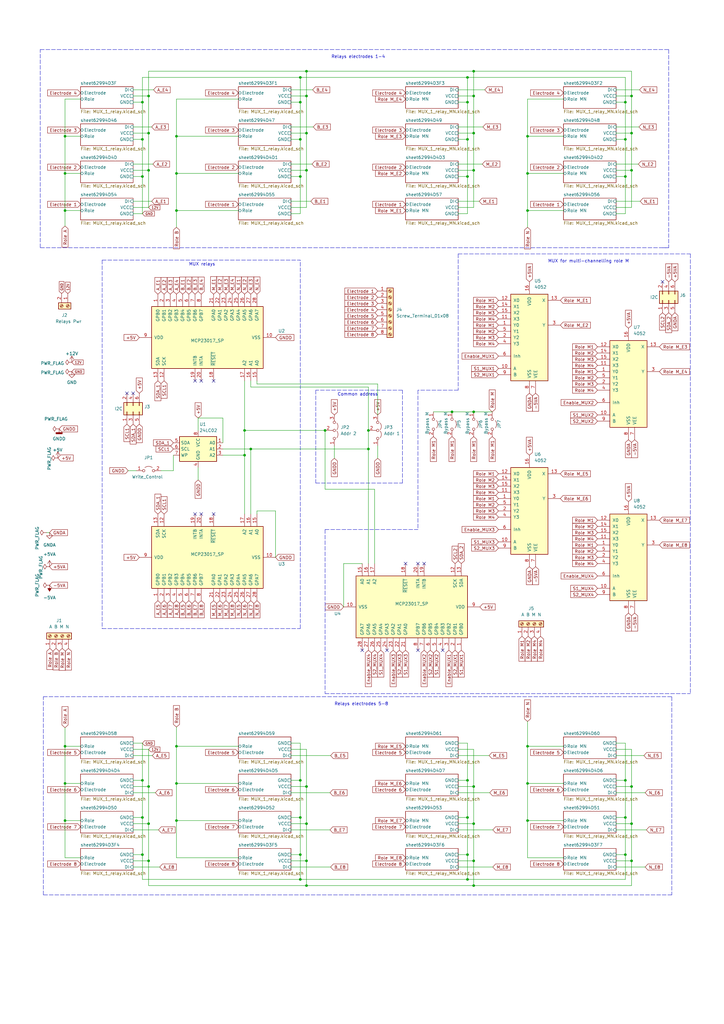
<source format=kicad_sch>
(kicad_sch (version 20211123) (generator eeschema)
  (paper "A3" portrait)
  (title_block (title "MUX board V3.00") (date "2022-10-05") (rev "01"))
  (junction (at 125.73 337.82))
  (junction (at 191.77 57.15))
  (junction (at 102.87 184.15))
  (junction (at 123.19 350.52))
  (junction (at 125.73 69.85))
  (junction (at 259.08 322.58))
  (junction (at 133.35 176.53))
  (junction (at 191.77 360.68))
  (junction (at 194.31 54.61))
  (junction (at 123.19 57.15))
  (junction (at 194.31 29.21))
  (junction (at 256.54 350.52))
  (junction (at 125.73 29.21))
  (junction (at 125.73 363.22))
  (junction (at 58.42 41.91))
  (junction (at 191.77 31.75))
  (junction (at 72.39 336.55))
  (junction (at 256.54 41.91))
  (junction (at 60.96 39.37))
  (junction (at 58.42 350.52))
  (junction (at 123.19 41.91))
  (junction (at 123.19 31.75))
  (junction (at 60.96 353.06))
  (junction (at 26.67 71.12))
  (junction (at 216.408 71.12))
  (junction (at 191.77 41.91))
  (junction (at 191.77 350.52))
  (junction (at 191.77 72.39))
  (junction (at 191.77 320.04))
  (junction (at 26.67 321.31))
  (junction (at 58.42 57.15))
  (junction (at 185.42 168.91))
  (junction (at 26.67 306.07))
  (junction (at 60.96 69.85))
  (junction (at 256.54 320.04))
  (junction (at 60.96 337.82))
  (junction (at 125.73 322.58))
  (junction (at 72.39 71.12))
  (junction (at 26.67 55.88))
  (junction (at 72.39 86.36))
  (junction (at 259.08 39.37))
  (junction (at 60.96 322.58))
  (junction (at 256.54 72.39))
  (junction (at 123.19 72.39))
  (junction (at 256.54 57.15))
  (junction (at 256.54 335.28))
  (junction (at 216.408 306.07))
  (junction (at 194.31 39.37))
  (junction (at 100.33 176.53))
  (junction (at 194.31 353.06))
  (junction (at 100.33 186.69))
  (junction (at 125.73 54.61))
  (junction (at 216.408 321.31))
  (junction (at 259.08 69.85))
  (junction (at 259.08 353.06))
  (junction (at 26.67 336.55))
  (junction (at 123.19 320.04))
  (junction (at 72.39 306.07))
  (junction (at 72.39 321.31))
  (junction (at 259.08 54.61))
  (junction (at 123.19 360.68))
  (junction (at 58.42 320.04))
  (junction (at 259.08 337.82))
  (junction (at 151.13 176.53))
  (junction (at 151.13 184.15))
  (junction (at 191.77 335.28))
  (junction (at 72.39 55.88))
  (junction (at 216.408 336.55))
  (junction (at 194.31 322.58))
  (junction (at 123.19 335.28))
  (junction (at 60.96 54.61))
  (junction (at 26.67 86.36))
  (junction (at 216.408 86.36))
  (junction (at 194.31 337.82))
  (junction (at 125.73 39.37))
  (junction (at 58.42 335.28))
  (junction (at 58.42 72.39))
  (junction (at 194.31 363.22))
  (junction (at 216.408 55.88))
  (junction (at 194.31 69.85))
  (junction (at 125.73 353.06))
  (junction (at 194.31 168.91))
  (no_connect (at 80.01 210.82))
  (no_connect (at 166.37 231.14))
  (no_connect (at 181.61 266.7))
  (no_connect (at 171.45 266.7))
  (no_connect (at 148.59 266.7))
  (no_connect (at 158.75 266.7))
  (no_connect (at 171.45 231.14))
  (no_connect (at 87.63 210.82))
  (no_connect (at 52.07 161.29))
  (no_connect (at 54.61 161.29))
  (no_connect (at 80.01 156.21))
  (no_connect (at 82.55 156.21))
  (no_connect (at 87.63 156.21))
  (no_connect (at 82.55 210.82))
  (no_connect (at 173.99 231.14))
  (no_connect (at 271.78 115.57))
  (wire (pts (xy 137.16 182.88) (xy 137.16 187.96)))
  (wire (pts (xy 216.408 321.31) (xy 216.408 306.07)))
  (wire (pts (xy 194.31 363.22) (xy 125.73 363.22)))
  (polyline (pts (xy 133.35 284.48) (xy 283.21 284.48)))
  (wire (pts (xy 54.61 52.07) (xy 62.23 52.07)))
  (wire (pts (xy 194.31 322.58) (xy 194.31 307.34)))
  (wire (pts (xy 54.61 340.36) (xy 65.024 340.36)))
  (wire (pts (xy 123.19 320.04) (xy 123.19 304.8)))
  (polyline (pts (xy 41.91 106.68) (xy 123.19 106.68)))
  (wire (pts (xy 135.636 309.88) (xy 119.38 309.88)))
  (wire (pts (xy 216.408 336.55) (xy 216.408 351.79)))
  (wire (pts (xy 58.42 320.04) (xy 58.42 304.8)))
  (polyline (pts (xy 271.78 101.6) (xy 274.32 101.6)))
  (wire (pts (xy 91.44 186.69) (xy 100.33 186.69)))
  (wire (pts (xy 72.39 336.55) (xy 97.79 336.55)))
  (wire (pts (xy 256.54 360.68) (xy 256.54 350.52)))
  (wire (pts (xy 216.408 71.12) (xy 216.408 55.88)))
  (wire (pts (xy 252.73 320.04) (xy 256.54 320.04)))
  (wire (pts (xy 72.39 71.12) (xy 72.39 86.36)))
  (wire (pts (xy 125.73 363.22) (xy 60.96 363.22)))
  (wire (pts (xy 191.77 31.75) (xy 191.77 41.91)))
  (wire (pts (xy 216.408 71.12) (xy 231.14 71.12)))
  (wire (pts (xy 123.19 31.75) (xy 123.19 41.91)))
  (wire (pts (xy 119.38 325.12) (xy 135.382 325.12)))
  (polyline (pts (xy 123.19 257.81) (xy 123.19 106.68)))
  (wire (pts (xy 81.28 171.45) (xy 91.44 171.45)))
  (wire (pts (xy 252.73 54.61) (xy 259.08 54.61)))
  (wire (pts (xy 113.03 209.55) (xy 113.03 228.6)))
  (wire (pts (xy 191.77 41.91) (xy 191.77 57.15)))
  (wire (pts (xy 54.61 335.28) (xy 58.42 335.28)))
  (wire (pts (xy 105.41 209.55) (xy 113.03 209.55)))
  (wire (pts (xy 60.96 363.22) (xy 60.96 353.06)))
  (wire (pts (xy 187.96 335.28) (xy 191.77 335.28)))
  (wire (pts (xy 119.38 82.55) (xy 127.508 82.55)))
  (wire (pts (xy 252.73 337.82) (xy 259.08 337.82)))
  (wire (pts (xy 72.39 351.79) (xy 97.79 351.79)))
  (wire (pts (xy 81.28 191.77) (xy 81.28 196.85)))
  (wire (pts (xy 125.73 363.22) (xy 125.73 353.06)))
  (wire (pts (xy 252.73 72.39) (xy 256.54 72.39)))
  (wire (pts (xy 58.42 360.68) (xy 123.19 360.68)))
  (wire (pts (xy 252.73 325.12) (xy 264.668 325.12)))
  (polyline (pts (xy 275.59 367.03) (xy 17.78 367.03)))
  (wire (pts (xy 119.38 353.06) (xy 125.73 353.06)))
  (wire (pts (xy 26.67 321.31) (xy 26.67 306.07)))
  (wire (pts (xy 200.914 325.12) (xy 187.96 325.12)))
  (wire (pts (xy 105.41 209.55) (xy 105.41 210.82)))
  (wire (pts (xy 133.35 200.66) (xy 153.67 200.66)))
  (wire (pts (xy 187.96 320.04) (xy 191.77 320.04)))
  (wire (pts (xy 194.31 29.21) (xy 125.73 29.21)))
  (wire (pts (xy 202.184 340.36) (xy 187.96 340.36)))
  (wire (pts (xy 194.31 337.82) (xy 194.31 322.58)))
  (wire (pts (xy 72.39 55.88) (xy 97.79 55.88)))
  (wire (pts (xy 102.87 156.21) (xy 102.87 158.75)))
  (wire (pts (xy 66.04 193.04) (xy 71.12 193.04)))
  (wire (pts (xy 26.67 55.88) (xy 33.02 55.88)))
  (wire (pts (xy 252.73 353.06) (xy 259.08 353.06)))
  (wire (pts (xy 125.73 54.61) (xy 125.73 69.85)))
  (wire (pts (xy 58.42 57.15) (xy 58.42 72.39)))
  (wire (pts (xy 256.54 320.04) (xy 256.54 304.8)))
  (wire (pts (xy 26.67 71.12) (xy 26.67 55.88)))
  (wire (pts (xy 119.38 350.52) (xy 123.19 350.52)))
  (wire (pts (xy 135.636 355.6) (xy 119.38 355.6)))
  (wire (pts (xy 252.73 355.6) (xy 264.668 355.6)))
  (wire (pts (xy 54.61 307.34) (xy 60.96 307.34)))
  (wire (pts (xy 252.73 322.58) (xy 259.08 322.58)))
  (wire (pts (xy 54.61 67.31) (xy 62.738 67.31)))
  (wire (pts (xy 151.13 184.15) (xy 151.13 231.14)))
  (wire (pts (xy 151.13 176.53) (xy 151.13 158.75)))
  (wire (pts (xy 151.13 158.75) (xy 102.87 158.75)))
  (wire (pts (xy 91.44 181.61) (xy 91.44 171.45)))
  (wire (pts (xy 216.408 93.218) (xy 216.408 86.36)))
  (wire (pts (xy 72.39 40.64) (xy 97.79 40.64)))
  (polyline (pts (xy 133.35 217.17) (xy 171.45 217.17)))
  (wire (pts (xy 125.73 69.85) (xy 125.73 85.09)))
  (wire (pts (xy 252.73 69.85) (xy 259.08 69.85)))
  (wire (pts (xy 191.77 57.15) (xy 191.77 72.39)))
  (wire (pts (xy 252.73 82.55) (xy 262.636 82.55)))
  (polyline (pts (xy 129.54 160.02) (xy 129.54 198.12)))
  (wire (pts (xy 58.42 335.28) (xy 58.42 320.04)))
  (wire (pts (xy 72.39 351.79) (xy 72.39 336.55)))
  (wire (pts (xy 26.67 86.36) (xy 26.67 92.71)))
  (wire (pts (xy 148.59 231.14) (xy 140.97 231.14)))
  (wire (pts (xy 119.38 39.37) (xy 125.73 39.37)))
  (wire (pts (xy 119.38 54.61) (xy 125.73 54.61)))
  (wire (pts (xy 259.08 39.37) (xy 259.08 54.61)))
  (wire (pts (xy 216.408 71.12) (xy 216.408 86.36)))
  (wire (pts (xy 26.67 298.45) (xy 26.67 306.07)))
  (polyline (pts (xy 283.21 104.14) (xy 283.21 284.48)))
  (wire (pts (xy 72.39 321.31) (xy 97.79 321.31)))
  (wire (pts (xy 72.39 71.12) (xy 97.79 71.12)))
  (wire (pts (xy 216.408 295.91) (xy 216.408 306.07)))
  (wire (pts (xy 187.96 350.52) (xy 191.77 350.52)))
  (wire (pts (xy 216.408 351.79) (xy 231.14 351.79)))
  (wire (pts (xy 54.61 353.06) (xy 60.96 353.06)))
  (wire (pts (xy 187.96 307.34) (xy 194.31 307.34)))
  (wire (pts (xy 187.96 54.61) (xy 194.31 54.61)))
  (wire (pts (xy 154.94 182.88) (xy 154.94 187.96)))
  (wire (pts (xy 54.61 320.04) (xy 58.42 320.04)))
  (wire (pts (xy 194.31 69.85) (xy 194.31 85.09)))
  (wire (pts (xy 187.96 85.09) (xy 194.31 85.09)))
  (wire (pts (xy 187.96 353.06) (xy 194.31 353.06)))
  (wire (pts (xy 54.61 325.12) (xy 63.754 325.12)))
  (wire (pts (xy 191.77 360.68) (xy 256.54 360.68)))
  (wire (pts (xy 119.38 337.82) (xy 125.73 337.82)))
  (wire (pts (xy 123.19 360.68) (xy 191.77 360.68)))
  (polyline (pts (xy 187.96 104.14) (xy 283.21 104.14)))
  (wire (pts (xy 187.96 41.91) (xy 191.77 41.91)))
  (wire (pts (xy 252.73 85.09) (xy 259.08 85.09)))
  (wire (pts (xy 187.96 52.07) (xy 198.12 52.07)))
  (wire (pts (xy 58.42 41.91) (xy 58.42 57.15)))
  (wire (pts (xy 54.61 322.58) (xy 60.96 322.58)))
  (wire (pts (xy 123.19 57.15) (xy 123.19 72.39)))
  (wire (pts (xy 119.38 322.58) (xy 125.73 322.58)))
  (wire (pts (xy 72.39 86.36) (xy 97.79 86.36)))
  (wire (pts (xy 81.28 171.45) (xy 81.28 176.53)))
  (wire (pts (xy 252.73 309.88) (xy 264.16 309.88)))
  (polyline (pts (xy 171.45 160.02) (xy 171.45 217.17)))
  (wire (pts (xy 60.96 39.37) (xy 60.96 54.61)))
  (wire (pts (xy 194.31 363.22) (xy 194.31 353.06)))
  (wire (pts (xy 216.408 336.55) (xy 231.14 336.55)))
  (wire (pts (xy 58.42 350.52) (xy 58.42 335.28)))
  (wire (pts (xy 200.66 309.88) (xy 187.96 309.88)))
  (wire (pts (xy 151.13 176.53) (xy 151.13 184.15)))
  (wire (pts (xy 125.73 29.21) (xy 60.96 29.21)))
  (wire (pts (xy 191.77 350.52) (xy 191.77 335.28)))
  (polyline (pts (xy 16.51 20.32) (xy 274.32 20.32)))
  (wire (pts (xy 119.38 87.63) (xy 123.19 87.63)))
  (wire (pts (xy 119.38 335.28) (xy 123.19 335.28)))
  (wire (pts (xy 252.73 41.91) (xy 256.54 41.91)))
  (wire (pts (xy 100.33 186.69) (xy 100.33 210.82)))
  (wire (pts (xy 119.38 52.07) (xy 128.524 52.07)))
  (wire (pts (xy 54.61 69.85) (xy 60.96 69.85)))
  (wire (pts (xy 19.05 218.44) (xy 20.32 218.44)))
  (wire (pts (xy 187.96 57.15) (xy 191.77 57.15)))
  (wire (pts (xy 123.19 360.68) (xy 123.19 350.52)))
  (wire (pts (xy 194.31 29.21) (xy 194.31 39.37)))
  (wire (pts (xy 216.408 86.36) (xy 231.14 86.36)))
  (wire (pts (xy 72.39 321.31) (xy 72.39 306.07)))
  (wire (pts (xy 60.96 353.06) (xy 60.96 337.82)))
  (wire (pts (xy 252.73 350.52) (xy 256.54 350.52)))
  (wire (pts (xy 194.31 168.91) (xy 201.93 168.91)))
  (wire (pts (xy 119.38 320.04) (xy 123.19 320.04)))
  (wire (pts (xy 54.61 82.55) (xy 62.23 82.55)))
  (wire (pts (xy 26.67 86.36) (xy 33.02 86.36)))
  (polyline (pts (xy 165.1 198.12) (xy 165.1 160.02)))
  (wire (pts (xy 252.73 335.28) (xy 256.54 335.28)))
  (wire (pts (xy 119.38 85.09) (xy 125.73 85.09)))
  (wire (pts (xy 216.408 55.88) (xy 231.14 55.88)))
  (wire (pts (xy 216.408 306.07) (xy 231.14 306.07)))
  (wire (pts (xy 72.39 336.55) (xy 72.39 321.31)))
  (wire (pts (xy 154.94 157.48) (xy 154.94 170.18)))
  (wire (pts (xy 123.19 31.75) (xy 191.77 31.75)))
  (wire (pts (xy 119.38 36.83) (xy 128.27 36.83)))
  (wire (pts (xy 256.54 335.28) (xy 256.54 320.04)))
  (wire (pts (xy 72.39 86.36) (xy 72.39 93.218)))
  (wire (pts (xy 140.97 231.14) (xy 140.97 248.92)))
  (wire (pts (xy 125.73 337.82) (xy 125.73 322.58)))
  (wire (pts (xy 52.578 193.04) (xy 55.88 193.04)))
  (wire (pts (xy 187.96 322.58) (xy 194.31 322.58)))
  (wire (pts (xy 72.39 298.196) (xy 72.39 306.07)))
  (wire (pts (xy 119.38 69.85) (xy 125.73 69.85)))
  (wire (pts (xy 26.67 306.07) (xy 33.02 306.07)))
  (wire (pts (xy 100.33 176.53) (xy 100.33 186.69)))
  (wire (pts (xy 54.61 87.63) (xy 58.42 87.63)))
  (wire (pts (xy 191.77 335.28) (xy 191.77 320.04)))
  (wire (pts (xy 119.38 67.31) (xy 128.016 67.31)))
  (wire (pts (xy 91.44 184.15) (xy 102.87 184.15)))
  (wire (pts (xy 252.73 39.37) (xy 259.08 39.37)))
  (wire (pts (xy 54.61 337.82) (xy 60.96 337.82)))
  (wire (pts (xy 26.67 351.79) (xy 33.02 351.79)))
  (wire (pts (xy 187.96 304.8) (xy 191.77 304.8)))
  (wire (pts (xy 252.73 87.63) (xy 256.54 87.63)))
  (wire (pts (xy 252.73 52.07) (xy 262.128 52.07)))
  (wire (pts (xy 187.96 72.39) (xy 191.77 72.39)))
  (wire (pts (xy 119.38 41.91) (xy 123.19 41.91)))
  (wire (pts (xy 125.73 39.37) (xy 125.73 54.61)))
  (wire (pts (xy 256.54 57.15) (xy 256.54 72.39)))
  (wire (pts (xy 125.73 322.58) (xy 125.73 307.34)))
  (wire (pts (xy 26.67 71.12) (xy 33.02 71.12)))
  (wire (pts (xy 26.67 40.64) (xy 33.02 40.64)))
  (wire (pts (xy 194.31 54.61) (xy 194.31 69.85)))
  (wire (pts (xy 187.96 337.82) (xy 194.31 337.82)))
  (wire (pts (xy 100.33 156.21) (xy 100.33 176.53)))
  (wire (pts (xy 256.54 41.91) (xy 256.54 57.15)))
  (wire (pts (xy 123.19 72.39) (xy 123.19 87.63)))
  (wire (pts (xy 54.61 85.09) (xy 60.96 85.09)))
  (wire (pts (xy 58.42 41.91) (xy 58.42 31.75)))
  (wire (pts (xy 259.08 353.06) (xy 259.08 337.82)))
  (wire (pts (xy 216.408 40.64) (xy 231.14 40.64)))
  (wire (pts (xy 54.61 41.91) (xy 58.42 41.91)))
  (wire (pts (xy 54.61 355.6) (xy 65.532 355.6)))
  (wire (pts (xy 102.87 184.15) (xy 102.87 210.82)))
  (wire (pts (xy 71.12 193.04) (xy 71.12 186.69)))
  (wire (pts (xy 202.184 355.6) (xy 187.96 355.6)))
  (wire (pts (xy 102.87 184.15) (xy 151.13 184.15)))
  (wire (pts (xy 259.08 363.22) (xy 194.31 363.22)))
  (wire (pts (xy 60.96 337.82) (xy 60.96 322.58)))
  (wire (pts (xy 259.08 29.21) (xy 194.31 29.21)))
  (wire (pts (xy 123.19 350.52) (xy 123.19 335.28)))
  (polyline (pts (xy 41.91 257.81) (xy 123.19 257.81)))
  (wire (pts (xy 252.73 307.34) (xy 259.08 307.34)))
  (wire (pts (xy 54.61 72.39) (xy 58.42 72.39)))
  (polyline (pts (xy 274.32 20.32) (xy 274.32 101.6)))
  (wire (pts (xy 259.08 353.06) (xy 259.08 363.22)))
  (polyline (pts (xy 129.54 198.12) (xy 165.1 198.12)))
  (wire (pts (xy 125.73 353.06) (xy 125.73 337.82)))
  (wire (pts (xy 60.96 322.58) (xy 60.96 307.34)))
  (wire (pts (xy 123.19 41.91) (xy 123.19 57.15)))
  (wire (pts (xy 252.73 67.31) (xy 261.874 67.31)))
  (wire (pts (xy 26.67 321.31) (xy 26.67 336.55)))
  (wire (pts (xy 259.08 337.82) (xy 259.08 322.58)))
  (wire (pts (xy 191.77 72.39) (xy 191.77 87.63)))
  (polyline (pts (xy 274.32 101.6) (xy 16.51 101.6)))
  (wire (pts (xy 58.42 72.39) (xy 58.42 87.63)))
  (wire (pts (xy 26.67 321.31) (xy 33.02 321.31)))
  (wire (pts (xy 119.38 72.39) (xy 123.19 72.39)))
  (wire (pts (xy 187.96 69.85) (xy 194.31 69.85)))
  (wire (pts (xy 187.96 67.31) (xy 197.866 67.31)))
  (wire (pts (xy 187.96 39.37) (xy 194.31 39.37)))
  (wire (pts (xy 72.39 40.64) (xy 72.39 55.88)))
  (wire (pts (xy 259.08 69.85) (xy 259.08 85.09)))
  (wire (pts (xy 135.382 340.36) (xy 119.38 340.36)))
  (wire (pts (xy 252.73 304.8) (xy 256.54 304.8)))
  (polyline (pts (xy 17.78 367.03) (xy 17.78 285.75)))
  (wire (pts (xy 58.42 31.75) (xy 123.19 31.75)))
  (wire (pts (xy 185.42 168.91) (xy 194.31 168.91)))
  (wire (pts (xy 72.39 55.88) (xy 72.39 71.12)))
  (wire (pts (xy 187.96 82.55) (xy 196.596 82.55)))
  (wire (pts (xy 54.61 54.61) (xy 60.96 54.61)))
  (wire (pts (xy 256.54 72.39) (xy 256.54 87.63)))
  (wire (pts (xy 26.67 71.12) (xy 26.67 86.36)))
  (wire (pts (xy 54.61 309.88) (xy 62.484 309.88)))
  (wire (pts (xy 60.96 54.61) (xy 60.96 69.85)))
  (wire (pts (xy 26.67 55.88) (xy 26.67 40.64)))
  (wire (pts (xy 187.96 36.83) (xy 198.882 36.83)))
  (polyline (pts (xy 187.96 104.14) (xy 187.96 160.02)))
  (wire (pts (xy 54.61 36.83) (xy 62.992 36.83)))
  (polyline (pts (xy 275.59 285.75) (xy 275.59 367.03)))
  (wire (pts (xy 72.39 306.07) (xy 97.79 306.07)))
  (wire (pts (xy 119.38 304.8) (xy 123.19 304.8)))
  (wire (pts (xy 256.54 31.75) (xy 256.54 41.91)))
  (wire (pts (xy 119.38 57.15) (xy 123.19 57.15)))
  (wire (pts (xy 216.408 321.31) (xy 231.14 321.31)))
  (polyline (pts (xy 17.78 285.75) (xy 275.59 285.75)))
  (wire (pts (xy 100.33 176.53) (xy 133.35 176.53)))
  (wire (pts (xy 58.42 350.52) (xy 58.42 360.68)))
  (wire (pts (xy 194.31 353.06) (xy 194.31 337.82)))
  (wire (pts (xy 54.61 57.15) (xy 58.42 57.15)))
  (wire (pts (xy 259.08 39.37) (xy 259.08 29.21)))
  (wire (pts (xy 216.408 321.31) (xy 216.408 336.55)))
  (wire (pts (xy 191.77 320.04) (xy 191.77 304.8)))
  (wire (pts (xy 60.96 69.85) (xy 60.96 85.09)))
  (polyline (pts (xy 133.35 217.17) (xy 133.35 284.48)))
  (wire (pts (xy 259.08 54.61) (xy 259.08 69.85)))
  (wire (pts (xy 187.96 87.63) (xy 191.77 87.63)))
  (wire (pts (xy 191.77 360.68) (xy 191.77 350.52)))
  (wire (pts (xy 153.67 200.66) (xy 153.67 231.14)))
  (polyline (pts (xy 165.1 160.02) (xy 129.54 160.02)))
  (wire (pts (xy 259.08 322.58) (xy 259.08 307.34)))
  (wire (pts (xy 119.38 307.34) (xy 125.73 307.34)))
  (wire (pts (xy 191.77 31.75) (xy 256.54 31.75)))
  (polyline (pts (xy 41.91 106.68) (xy 41.91 257.81)))
  (wire (pts (xy 177.8 168.91) (xy 185.42 168.91)))
  (wire (pts (xy 105.41 157.48) (xy 154.94 157.48)))
  (wire (pts (xy 252.73 340.36) (xy 265.176 340.36)))
  (wire (pts (xy 194.31 39.37) (xy 194.31 54.61)))
  (wire (pts (xy 123.19 335.28) (xy 123.19 320.04)))
  (wire (pts (xy 54.61 39.37) (xy 60.96 39.37)))
  (polyline (pts (xy 187.96 160.02) (xy 171.45 160.02)))
  (wire (pts (xy 105.41 156.21) (xy 105.41 157.48)))
  (wire (pts (xy 133.35 176.53) (xy 133.35 200.66)))
  (polyline (pts (xy 16.51 101.6) (xy 16.51 20.32)))
  (wire (pts (xy 60.96 29.21) (xy 60.96 39.37)))
  (wire (pts (xy 216.408 55.88) (xy 216.408 40.64)))
  (wire (pts (xy 256.54 350.52) (xy 256.54 335.28)))
  (wire (pts (xy 54.61 350.52) (xy 58.42 350.52)))
  (wire (pts (xy 26.67 336.55) (xy 33.02 336.55)))
  (wire (pts (xy 26.67 336.55) (xy 26.67 351.79)))
  (wire (pts (xy 252.73 36.83) (xy 262.382 36.83)))
  (wire (pts (xy 252.73 57.15) (xy 256.54 57.15)))
  (wire (pts (xy 54.61 304.8) (xy 58.42 304.8)))
  (wire (pts (xy 125.73 29.21) (xy 125.73 39.37)))
  (text "Common address" (at 138.43 162.56 0) (effects (font (size 1.27 1.27)) (justify left bottom)))
  (text "MUX for multi-channelling role M" (at 224.79 107.95 0) (effects (font (size 1.27 1.27)) (justify left bottom)))
  (text "Relays electrodes 5-8" (at 137.16 289.56 0) (effects (font (size 1.27 1.27)) (justify left bottom)))
  (text "MUX relays" (at 77.47 109.22 0) (effects (font (size 1.27 1.27)) (justify left bottom)))
  (text "Relays electrodes 1-4" (at 135.89 24.13 0) (effects (font (size 1.27 1.27)) (justify left bottom)))
  (global_label "Electrode 7" (shape input) (at 231.14 339.09 180) (property "Intersheet References" "${INTERSHEET_REFS}" (effects hide)))
  (global_label "Enable_MUX2" (shape input) (at 245.11 165.1 180) (property "Intersheet References" "${INTERSHEET_REFS}" (effects hide)))
  (global_label "B_E1" (shape input) (at 127.508 82.55 0) (property "Intersheet References" "${INTERSHEET_REFS}" (effects hide)))
  (global_label "+5V" (shape input) (at 23.749 187.833 0) (property "Intersheet References" "${INTERSHEET_REFS}" (effects hide)))
  (global_label "A_E4" (shape input) (at 72.39 120.65 90) (property "Intersheet References" "${INTERSHEET_REFS}" (effects hide)))
  (global_label "Role M1" (shape input) (at 204.47 123.19 180) (property "Intersheet References" "${INTERSHEET_REFS}" (effects hide)))
  (global_label "Role M_E1" (shape input) (at 229.87 123.19 0) (property "Intersheet References" "${INTERSHEET_REFS}" (effects hide)))
  (global_label "Role M_E8" (shape input) (at 166.37 351.79 180) (property "Intersheet References" "${INTERSHEET_REFS}" (effects hide)))
  (global_label "Electrode 4" (shape input) (at 97.79 38.1 180) (property "Intersheet References" "${INTERSHEET_REFS}" (effects hide)))
  (global_label "Role M_E2" (shape input) (at 229.87 133.35 0) (property "Intersheet References" "${INTERSHEET_REFS}" (effects hide)))
  (global_label "Electrode 5" (shape input) (at 154.94 129.54 180) (property "Intersheet References" "${INTERSHEET_REFS}" (effects hide)))
  (global_label "Role M2" (shape input) (at 216.662 260.985 270) (property "Intersheet References" "${INTERSHEET_REFS}" (effects hide)))
  (global_label "Role M_E3" (shape input) (at 166.37 55.88 180) (property "Intersheet References" "${INTERSHEET_REFS}" (effects hide)))
  (global_label "M_E2" (shape input) (at 197.866 67.31 0) (property "Intersheet References" "${INTERSHEET_REFS}" (effects hide)))
  (global_label "GNDD" (shape input) (at 24.257 175.895 0) (property "Intersheet References" "${INTERSHEET_REFS}" (effects hide)))
  (global_label "GNDA" (shape input) (at 217.17 232.41 270) (property "Intersheet References" "${INTERSHEET_REFS}" (effects hide)))
  (global_label "Role M_E6" (shape input) (at 229.87 204.47 0) (property "Intersheet References" "${INTERSHEET_REFS}" (effects hide)))
  (global_label "+5VA" (shape input) (at 217.17 115.57 90) (property "Intersheet References" "${INTERSHEET_REFS}" (effects hide)))
  (global_label "Role B" (shape input) (at 72.39 298.196 90) (property "Intersheet References" "${INTERSHEET_REFS}" (effects hide)))
  (global_label "Electrode 4" (shape input) (at 154.94 127 180) (property "Intersheet References" "${INTERSHEET_REFS}" (effects hide)))
  (global_label "B_E7" (shape input) (at 135.382 340.36 0) (property "Intersheet References" "${INTERSHEET_REFS}" (effects hide)))
  (global_label "Role M3" (shape input) (at 204.47 128.27 180) (property "Intersheet References" "${INTERSHEET_REFS}" (effects hide)))
  (global_label "Electrode 6" (shape input) (at 231.14 323.85 180) (property "Intersheet References" "${INTERSHEET_REFS}" (effects hide)))
  (global_label "Enable_MUX4" (shape input) (at 151.13 266.7 270) (property "Intersheet References" "${INTERSHEET_REFS}" (effects hide)))
  (global_label "S1_MUX2" (shape input) (at 179.07 266.7 270) (property "Intersheet References" "${INTERSHEET_REFS}" (effects hide)))
  (global_label "Electrode 1" (shape input) (at 154.94 119.38 180) (property "Intersheet References" "${INTERSHEET_REFS}" (effects hide)))
  (global_label "S2_MUX3" (shape input) (at 204.47 224.79 180) (property "Intersheet References" "${INTERSHEET_REFS}" (effects hide)))
  (global_label "Electrode 5" (shape input) (at 231.14 308.61 180) (property "Intersheet References" "${INTERSHEET_REFS}" (effects hide)))
  (global_label "Role M" (shape input) (at 201.93 168.91 90) (property "Intersheet References" "${INTERSHEET_REFS}" (effects hide)))
  (global_label "Role M3" (shape input) (at 204.47 138.43 180) (property "Intersheet References" "${INTERSHEET_REFS}" (effects hide)))
  (global_label "Electrode 3" (shape input) (at 97.79 53.34 180) (property "Intersheet References" "${INTERSHEET_REFS}" (effects hide)))
  (global_label "GNDA" (shape input) (at 257.81 180.34 270) (property "Intersheet References" "${INTERSHEET_REFS}" (effects hide)))
  (global_label "M_E1" (shape input) (at 196.596 82.55 0) (property "Intersheet References" "${INTERSHEET_REFS}" (effects hide)))
  (global_label "+5VA" (shape input) (at 276.86 115.57 90) (property "Intersheet References" "${INTERSHEET_REFS}" (effects hide)))
  (global_label "Role M_E4" (shape input) (at 270.51 152.4 0) (property "Intersheet References" "${INTERSHEET_REFS}" (effects hide)))
  (global_label "Role N" (shape input) (at 216.408 93.218 270) (property "Intersheet References" "${INTERSHEET_REFS}" (effects hide)))
  (global_label "M_E3" (shape input) (at 92.71 120.65 90) (property "Intersheet References" "${INTERSHEET_REFS}" (effects hide)))
  (global_label "N_E5" (shape input) (at 97.79 246.38 270) (property "Intersheet References" "${INTERSHEET_REFS}" (effects hide)))
  (global_label "Enable_MUX1" (shape input) (at 204.47 146.05 180) (property "Intersheet References" "${INTERSHEET_REFS}" (effects hide)))
  (global_label "Role M_E4" (shape input) (at 166.37 40.64 180) (property "Intersheet References" "${INTERSHEET_REFS}" (effects hide)))
  (global_label "+5VA" (shape input) (at 257.81 134.62 90) (property "Intersheet References" "${INTERSHEET_REFS}" (effects hide)))
  (global_label "Electrode 3" (shape input) (at 33.02 53.34 180) (property "Intersheet References" "${INTERSHEET_REFS}" (effects hide)))
  (global_label "A_E7" (shape input) (at 69.85 246.38 270) (property "Intersheet References" "${INTERSHEET_REFS}" (effects hide)))
  (global_label "Electrode 2" (shape input) (at 166.37 68.58 180) (property "Intersheet References" "${INTERSHEET_REFS}" (effects hide)))
  (global_label "+5V" (shape input) (at 57.15 228.6 180) (property "Intersheet References" "${INTERSHEET_REFS}" (effects hide)))
  (global_label "SCL2" (shape input) (at 271.78 128.27 270) (property "Intersheet References" "${INTERSHEET_REFS}" (effects hide)))
  (global_label "Role M1" (shape input) (at 204.47 133.35 180) (property "Intersheet References" "${INTERSHEET_REFS}" (effects hide)))
  (global_label "Role M1" (shape input) (at 194.31 179.07 270) (property "Intersheet References" "${INTERSHEET_REFS}" (effects hide)))
  (global_label "Electrode 4" (shape input) (at 231.14 38.1 180) (property "Intersheet References" "${INTERSHEET_REFS}" (effects hide)))
  (global_label "Role M4" (shape input) (at 245.11 220.98 180) (property "Intersheet References" "${INTERSHEET_REFS}" (effects hide)))
  (global_label "N_E4" (shape input) (at 105.41 120.65 90) (property "Intersheet References" "${INTERSHEET_REFS}" (effects hide)))
  (global_label "Role M2" (shape input) (at 204.47 135.89 180) (property "Intersheet References" "${INTERSHEET_REFS}" (effects hide)))
  (global_label "Role M2" (shape input) (at 245.11 154.94 180) (property "Intersheet References" "${INTERSHEET_REFS}" (effects hide)))
  (global_label "GNDD" (shape input) (at 140.97 248.92 180) (property "Intersheet References" "${INTERSHEET_REFS}" (effects hide)))
  (global_label "Role M2" (shape input) (at 245.11 215.9 180) (property "Intersheet References" "${INTERSHEET_REFS}" (effects hide)))
  (global_label "Electrode 5" (shape input) (at 33.02 308.61 180) (property "Intersheet References" "${INTERSHEET_REFS}" (effects hide)))
  (global_label "Role M4" (shape input) (at 204.47 130.81 180) (property "Intersheet References" "${INTERSHEET_REFS}" (effects hide)))
  (global_label "N_E2" (shape input) (at 261.874 67.31 0) (property "Intersheet References" "${INTERSHEET_REFS}" (effects hide)))
  (global_label "Electrode 8" (shape input) (at 166.37 354.33 180) (property "Intersheet References" "${INTERSHEET_REFS}" (effects hide)))
  (global_label "Role M4" (shape input) (at 219.202 260.985 270) (property "Intersheet References" "${INTERSHEET_REFS}" (effects hide)))
  (global_label "B_E7" (shape input) (at 80.01 246.38 270) (property "Intersheet References" "${INTERSHEET_REFS}" (effects hide)))
  (global_label "+5V" (shape input) (at 57.15 138.43 180) (property "Intersheet References" "${INTERSHEET_REFS}" (effects hide)))
  (global_label "Role M_E5" (shape input) (at 166.37 306.07 180) (property "Intersheet References" "${INTERSHEET_REFS}" (effects hide)))
  (global_label "S1_MUX4" (shape input) (at 156.21 266.7 270) (property "Intersheet References" "${INTERSHEET_REFS}" (effects hide)))
  (global_label "Enable_MUX1" (shape input) (at 184.15 266.7 270) (property "Intersheet References" "${INTERSHEET_REFS}" (effects hide)))
  (global_label "Role M1" (shape input) (at 204.47 204.47 180) (property "Intersheet References" "${INTERSHEET_REFS}" (effects hide)))
  (global_label "S1_MUX1" (shape input) (at 204.47 151.13 180) (property "Intersheet References" "${INTERSHEET_REFS}" (effects hide)))
  (global_label "-5VA" (shape input) (at 260.35 180.34 270) (property "Intersheet References" "${INTERSHEET_REFS}" (effects hide)))
  (global_label "S2_MUX2" (shape input) (at 245.11 172.72 180) (property "Intersheet References" "${INTERSHEET_REFS}" (effects hide)))
  (global_label "M_E6" (shape input) (at 90.17 246.38 270) (property "Intersheet References" "${INTERSHEET_REFS}" (effects hide)))
  (global_label "Electrode 2" (shape input) (at 97.79 68.58 180) (property "Intersheet References" "${INTERSHEET_REFS}" (effects hide)))
  (global_label "-5VA" (shape input) (at 260.35 251.46 270) (property "Intersheet References" "${INTERSHEET_REFS}" (effects hide)))
  (global_label "B_E8" (shape input) (at 135.636 355.6 0) (property "Intersheet References" "${INTERSHEET_REFS}" (effects hide)))
  (global_label "N_E8" (shape input) (at 105.41 246.38 270) (property "Intersheet References" "${INTERSHEET_REFS}" (effects hide)))
  (global_label "GNDD" (shape input) (at 57.15 173.99 270) (property "Intersheet References" "${INTERSHEET_REFS}" (effects hide)))
  (global_label "Role M4" (shape input) (at 204.47 201.93 180) (property "Intersheet References" "${INTERSHEET_REFS}" (effects hide)))
  (global_label "S1_MUX3" (shape input) (at 166.37 266.7 270) (property "Intersheet References" "${INTERSHEET_REFS}" (effects hide)))
  (global_label "S2_MUX2" (shape input) (at 176.53 266.7 270) (property "Intersheet References" "${INTERSHEET_REFS}" (effects hide)))
  (global_label "SCL2" (shape input) (at 186.69 231.14 90) (property "Intersheet References" "${INTERSHEET_REFS}" (effects hide)))
  (global_label "M_E7" (shape input) (at 92.71 246.38 270) (property "Intersheet References" "${INTERSHEET_REFS}" (effects hide)))
  (global_label "SCL1" (shape input) (at 52.07 173.99 270) (property "Intersheet References" "${INTERSHEET_REFS}" (effects hide)))
  (global_label "GNDD" (shape input) (at 113.03 138.43 0) (property "Intersheet References" "${INTERSHEET_REFS}" (effects hide)))
  (global_label "GND" (shape input) (at 29.464 152.4 0) (effects (font (size 1 1))) (property "Intersheet References" "${INTERSHEET_REFS}" (effects hide)))
  (global_label "Role M3" (shape input) (at 245.11 218.44 180) (property "Intersheet References" "${INTERSHEET_REFS}" (effects hide)))
  (global_label "A_E3" (shape input) (at 69.85 120.65 90) (property "Intersheet References" "${INTERSHEET_REFS}" (effects hide)))
  (global_label "SDA_2" (shape input) (at 274.32 128.27 270) (property "Intersheet References" "${INTERSHEET_REFS}" (effects hide)))
  (global_label "Role A" (shape input) (at 26.67 92.71 270) (property "Intersheet References" "${INTERSHEET_REFS}" (effects hide)))
  (global_label "A_E1" (shape input) (at 64.77 120.65 90) (property "Intersheet References" "${INTERSHEET_REFS}" (effects hide)))
  (global_label "+5V" (shape input) (at 137.16 170.18 90) (property "Intersheet References" "${INTERSHEET_REFS}" (effects hide)))
  (global_label "A_E6" (shape input) (at 67.31 246.38 270) (property "Intersheet References" "${INTERSHEET_REFS}" (effects hide)))
  (global_label "Role B" (shape input) (at 22.987 265.938 270) (property "Intersheet References" "${INTERSHEET_REFS}" (effects hide)))
  (global_label "+5V" (shape input) (at 81.28 171.45 90) (property "Intersheet References" "${INTERSHEET_REFS}" (effects hide)))
  (global_label "Enable_MUX3" (shape input) (at 161.29 266.7 270) (property "Intersheet References" "${INTERSHEET_REFS}" (effects hide)))
  (global_label "Role M1" (shape input) (at 204.47 194.31 180) (property "Intersheet References" "${INTERSHEET_REFS}" (effects hide)))
  (global_label "N_E2" (shape input) (at 100.33 120.65 90) (property "Intersheet References" "${INTERSHEET_REFS}" (effects hide)))
  (global_label "Electrode 8" (shape input) (at 231.14 354.33 180) (property "Intersheet References" "${INTERSHEET_REFS}" (effects hide)))
  (global_label "Electrode 7" (shape input) (at 154.94 134.62 180) (property "Intersheet References" "${INTERSHEET_REFS}" (effects hide)))
  (global_label "-5VA" (shape input) (at 20.32 240.03 0) (property "Intersheet References" "${INTERSHEET_REFS}" (effects hide)))
  (global_label "Role N" (shape input) (at 216.408 295.91 90) (property "Intersheet References" "${INTERSHEET_REFS}" (effects hide)))
  (global_label "M_E5" (shape input) (at 200.66 309.88 0) (property "Intersheet References" "${INTERSHEET_REFS}" (effects hide)))
  (global_label "Role M2" (shape input) (at 204.47 207.01 180) (property "Intersheet References" "${INTERSHEET_REFS}" (effects hide)))
  (global_label "S1_MUX3" (shape input) (at 204.47 222.25 180) (property "Intersheet References" "${INTERSHEET_REFS}" (effects hide)))
  (global_label "GNDD" (shape input) (at 52.578 193.04 180) (property "Intersheet References" "${INTERSHEET_REFS}" (effects hide)))
  (global_label "Role M2" (shape input) (at 204.47 125.73 180) (property "Intersheet References" "${INTERSHEET_REFS}" (effects hide)))
  (global_label "+5VA" (shape input) (at 217.17 186.69 90) (property "Intersheet References" "${INTERSHEET_REFS}" (effects hide)))
  (global_label "Role B" (shape input) (at 72.39 93.218 270) (property "Intersheet References" "${INTERSHEET_REFS}" (effects hide)))
  (global_label "M_E3" (shape input) (at 198.12 52.07 0) (property "Intersheet References" "${INTERSHEET_REFS}" (effects hide)))
  (global_label "GNDA" (shape input) (at 217.17 161.29 270) (property "Intersheet References" "${INTERSHEET_REFS}" (effects hide)))
  (global_label "GNDA" (shape input) (at 20.32 218.44 0) (property "Intersheet References" "${INTERSHEET_REFS}" (effects hide)))
  (global_label "Electrode 5" (shape input) (at 166.37 308.61 180) (property "Intersheet References" "${INTERSHEET_REFS}" (effects hide)))
  (global_label "B_E2" (shape input) (at 128.016 67.31 0) (property "Intersheet References" "${INTERSHEET_REFS}" (effects hide)))
  (global_label "B_E5" (shape input) (at 74.93 246.38 270) (property "Intersheet References" "${INTERSHEET_REFS}" (effects hide)))
  (global_label "12V" (shape input) (at 60.96 85.09 0) (effects (font (size 1 1))) (property "Intersheet References" "${INTERSHEET_REFS}" (effects hide)))
  (global_label "GNDD" (shape input) (at 81.28 196.85 270) (property "Intersheet References" "${INTERSHEET_REFS}" (effects hide)))
  (global_label "M_E8" (shape input) (at 95.25 246.38 270) (property "Intersheet References" "${INTERSHEET_REFS}" (effects hide)))
  (global_label "B_E4" (shape input) (at 128.27 36.83 0) (property "Intersheet References" "${INTERSHEET_REFS}" (effects hide)))
  (global_label "M_E1" (shape input) (at 87.63 120.65 90) (property "Intersheet References" "${INTERSHEET_REFS}" (effects hide)))
  (global_label "M_E4" (shape input) (at 198.882 36.83 0) (property "Intersheet References" "${INTERSHEET_REFS}" (effects hide)))
  (global_label "Role M1" (shape input) (at 177.8 179.07 270) (property "Intersheet References" "${INTERSHEET_REFS}" (effects hide)))
  (global_label "B_E2" (shape input) (at 77.47 120.65 90) (property "Intersheet References" "${INTERSHEET_REFS}" (effects hide)))
  (global_label "Role M_E7" (shape input) (at 166.37 336.55 180) (property "Intersheet References" "${INTERSHEET_REFS}" (effects hide)))
  (global_label "Electrode 2" (shape input) (at 33.02 68.58 180) (property "Intersheet References" "${INTERSHEET_REFS}" (effects hide)))
  (global_label "B_E6" (shape input) (at 77.47 246.38 270) (property "Intersheet References" "${INTERSHEET_REFS}" (effects hide)))
  (global_label "Role M_E5" (shape input) (at 229.87 194.31 0) (property "Intersheet References" "${INTERSHEET_REFS}" (effects hide)))
  (global_label "SDA_1" (shape input) (at 54.61 173.99 270) (property "Intersheet References" "${INTERSHEET_REFS}" (effects hide)))
  (global_label "+5VA" (shape input) (at 20.32 232.41 0) (property "Intersheet References" "${INTERSHEET_REFS}" (effects hide)))
  (global_label "GNDA" (shape input) (at 257.81 251.46 270) (property "Intersheet References" "${INTERSHEET_REFS}" (effects hide)))
  (global_label "S1_MUX4" (shape input) (at 245.11 241.3 180) (property "Intersheet References" "${INTERSHEET_REFS}" (effects hide)))
  (global_label "Role M_E6" (shape input) (at 166.37 321.31 180) (property "Intersheet References" "${INTERSHEET_REFS}" (effects hide)))
  (global_label "S2_MUX1" (shape input) (at 186.69 266.7 270) (property "Intersheet References" "${INTERSHEET_REFS}" (effects hide)))
  (global_label "SCL1" (shape input) (at 67.31 156.21 270) (property "Intersheet References" "${INTERSHEET_REFS}" (effects hide)))
  (global_label "Enable_MUX3" (shape input) (at 204.47 217.17 180) (property "Intersheet References" "${INTERSHEET_REFS}" (effects hide)))
  (global_label "Role M4" (shape input) (at 245.11 231.14 180) (property "Intersheet References" "${INTERSHEET_REFS}" (effects hide)))
  (global_label "Role M" (shape input) (at 25.527 265.938 270) (property "Intersheet References" "${INTERSHEET_REFS}" (effects hide)))
  (global_label "Electrode 8" (shape input) (at 154.94 137.16 180) (property "Intersheet References" "${INTERSHEET_REFS}" (effects hide)))
  (global_label "Electrode 7" (shape input) (at 166.37 339.09 180) (property "Intersheet References" "${INTERSHEET_REFS}" (effects hide)))
  (global_label "A_E7" (shape input) (at 65.024 340.36 0) (property "Intersheet References" "${INTERSHEET_REFS}" (effects hide)))
  (global_label "N_E4" (shape input) (at 262.382 36.83 0) (property "Intersheet References" "${INTERSHEET_REFS}" (effects hide)))
  (global_label "N_E1" (shape input) (at 262.636 82.55 0) (property "Intersheet References" "${INTERSHEET_REFS}" (effects hide)))
  (global_label "Electrode 4" (shape input) (at 33.02 38.1 180) (property "Intersheet References" "${INTERSHEET_REFS}" (effects hide)))
  (global_label "A_E2" (shape input) (at 62.738 67.31 0) (property "Intersheet References" "${INTERSHEET_REFS}" (effects hide)))
  (global_label "Electrode 8" (shape input) (at 33.02 354.33 180) (property "Intersheet References" "${INTERSHEET_REFS}" (effects hide)))
  (global_label "N_E8" (shape input) (at 264.668 355.6 0) (property "Intersheet References" "${INTERSHEET_REFS}" (effects hide)))
  (global_label "SCL1" (shape input) (at 71.12 184.15 180) (property "Intersheet References" "${INTERSHEET_REFS}" (effects hide)))
  (global_label "GND" (shape input) (at 58.42 87.63 0) (effects (font (size 1 1))) (property "Intersheet References" "${INTERSHEET_REFS}" (effects hide)))
  (global_label "A_E8" (shape input) (at 65.532 355.6 0) (property "Intersheet References" "${INTERSHEET_REFS}" (effects hide)))
  (global_label "N_E6" (shape input) (at 264.668 325.12 0) (property "Intersheet References" "${INTERSHEET_REFS}" (effects hide)))
  (global_label "Electrode 1" (shape input) (at 166.37 83.82 180) (property "Intersheet References" "${INTERSHEET_REFS}" (effects hide)))
  (global_label "Role M2" (shape input) (at 204.47 196.85 180) (property "Intersheet References" "${INTERSHEET_REFS}" (effects hide)))
  (global_label "B_E8" (shape input) (at 82.55 246.38 270) (property "Intersheet References" "${INTERSHEET_REFS}" (effects hide)))
  (global_label "S2_MUX4" (shape input) (at 245.11 243.84 180) (property "Intersheet References" "${INTERSHEET_REFS}" (effects hide)))
  (global_label "A_E6" (shape input) (at 63.754 325.12 0) (property "Intersheet References" "${INTERSHEET_REFS}" (effects hide)))
  (global_label "Role M2" (shape input) (at 245.11 144.78 180) (property "Intersheet References" "${INTERSHEET_REFS}" (effects hide)))
  (global_label "Electrode 4" (shape input) (at 166.37 38.1 180) (property "Intersheet References" "${INTERSHEET_REFS}" (effects hide)))
  (global_label "B_E1" (shape input) (at 74.93 120.65 90) (property "Intersheet References" "${INTERSHEET_REFS}" (effects hide)))
  (global_label "Role M4" (shape input) (at 204.47 212.09 180) (property "Intersheet References" "${INTERSHEET_REFS}" (effects hide)))
  (global_label "GNDD" (shape input) (at 154.94 187.96 270) (property "Intersheet References" "${INTERSHEET_REFS}" (effects hide)))
  (global_label "Role M4" (shape input) (at 204.47 140.97 180) (property "Intersheet References" "${INTERSHEET_REFS}" (effects hide)))
  (global_label "B_E3" (shape input) (at 128.524 52.07 0) (property "Intersheet References" "${INTERSHEET_REFS}" (effects hide)))
  (global_label "Role M3" (shape input) (at 245.11 157.48 180) (property "Intersheet References" "${INTERSHEET_REFS}" (effects hide)))
  (global_label "B_E3" (shape input) (at 80.01 120.65 90) (property "Intersheet References" "${INTERSHEET_REFS}" (effects hide)))
  (global_label "SCL1" (shape input) (at 67.31 210.82 90) (property "Intersheet References" "${INTERSHEET_REFS}" (effects hide)))
  (global_label "Role A" (shape input) (at 20.447 265.938 270) (property "Intersheet References" "${INTERSHEET_REFS}" (effects hide)))
  (global_label "Role A" (shape input) (at 26.67 298.45 90) (property "Intersheet References" "${INTERSHEET_REFS}" (effects hide)))
  (global_label "Role M1" (shape input) (at 214.122 260.985 270) (property "Intersheet References" "${INTERSHEET_REFS}" (effects hide)))
  (global_label "-5VA" (shape input) (at 219.71 161.29 270) (property "Intersheet References" "${INTERSHEET_REFS}" (effects hide)))
  (global_label "Role M3" (shape input) (at 245.11 147.32 180) (property "Intersheet References" "${INTERSHEET_REFS}" (effects hide)))
  (global_label "-5VA" (shape input) (at 274.32 115.57 90) (property "Intersheet References" "${INTERSHEET_REFS}" (effects hide)))
  (global_label "M_E6" (shape input) (at 200.914 325.12 0) (property "Intersheet References" "${INTERSHEET_REFS}" (effects hide)))
  (global_label "N_E7" (shape input) (at 102.87 246.38 270) (property "Intersheet References" "${INTERSHEET_REFS}" (effects hide)))
  (global_label "Electrode 6" (shape input) (at 97.79 323.85 180) (property "Intersheet References" "${INTERSHEET_REFS}" (effects hide)))
  (global_label "S2_MUX1" (shape input) (at 204.47 153.67 180) (property "Intersheet References" "${INTERSHEET_REFS}" (effects hide)))
  (global_label "M_E7" (shape input) (at 202.184 340.36 0) (property "Intersheet References" "${INTERSHEET_REFS}" (effects hide)))
  (global_label "Electrode 6" (shape input) (at 154.94 132.08 180) (property "Intersheet References" "${INTERSHEET_REFS}" (effects hide)))
  (global_label "Electrode 3" (shape input) (at 231.14 53.34 180) (property "Intersheet References" "${INTERSHEET_REFS}" (effects hide)))
  (global_label "GNDD" (shape input) (at 137.16 187.96 270) (property "Intersheet References" "${INTERSHEET_REFS}" (effects hide)))
  (global_label "Role M_E3" (shape input) (at 270.51 142.24 0) (property "Intersheet References" "${INTERSHEET_REFS}" (effects hide)))
  (global_label "Electrode 5" (shape input) (at 97.79 308.61 180) (property "Intersheet References" "${INTERSHEET_REFS}" (effects hide)))
  (global_label "A_E5" (shape input) (at 64.77 246.38 270) (property "Intersheet References" "${INTERSHEET_REFS}" (effects hide)))
  (global_label "M_E8" (shape input) (at 202.184 355.6 0) (property "Intersheet References" "${INTERSHEET_REFS}" (effects hide)))
  (global_label "SDA_1" (shape input) (at 64.77 156.21 270) (property "Intersheet References" "${INTERSHEET_REFS}" (effects hide)))
  (global_label "Electrode 6" (shape input) (at 33.02 323.85 180) (property "Intersheet References" "${INTERSHEET_REFS}" (effects hide)))
  (global_label "N_E3" (shape input) (at 262.128 52.07 0) (property "Intersheet References" "${INTERSHEET_REFS}" (effects hide)))
  (global_label "Electrode 3" (shape input) (at 154.94 124.46 180) (property "Intersheet References" "${INTERSHEET_REFS}" (effects hide)))
  (global_label "Role M4" (shape input) (at 221.742 260.985 270) (property "Intersheet References" "${INTERSHEET_REFS}" (effects hide)))
  (global_label "Electrode 2" (shape input) (at 231.14 68.58 180) (property "Intersheet References" "${INTERSHEET_REFS}" (effects hide)))
  (global_label "Electrode 1" (shape input) (at 231.14 83.82 180) (property "Intersheet References" "${INTERSHEET_REFS}" (effects hide)))
  (global_label "Role M1" (shape input) (at 185.42 179.07 270) (property "Intersheet References" "${INTERSHEET_REFS}" (effects hide)))
  (global_label "Role M3" (shape input) (at 204.47 199.39 180) (property "Intersheet References" "${INTERSHEET_REFS}" (effects hide)))
  (global_label "A_E1" (shape input) (at 62.23 82.55 0) (property "Intersheet References" "${INTERSHEET_REFS}" (effects hide)))
  (global_label "M_E2" (shape input) (at 90.17 120.65 90) (property "Intersheet References" "${INTERSHEET_REFS}" (effects hide)))
  (global_label "12V" (shape input) (at 27.813 120.396 90) (effects (font (size 1 1))) (property "Intersheet References" "${INTERSHEET_REFS}" (effects hide)))
  (global_label "Electrode 2" (shape input) (at 154.94 121.92 180) (property "Intersheet References" "${INTERSHEET_REFS}" (effects hide)))
  (global_label "B_E4" (shape input) (at 82.55 120.65 90) (property "Intersheet References" "${INTERSHEET_REFS}" (effects hide)))
  (global_label "Role M1" (shape input) (at 245.11 142.24 180) (property "Intersheet References" "${INTERSHEET_REFS}" (effects hide)))
  (global_label "N_E6" (shape input) (at 100.33 246.38 270) (property "Intersheet References" "${INTERSHEET_REFS}" (effects hide)))
  (global_label "+5VA" (shape input) (at 257.81 205.74 90) (property "Intersheet References" "${INTERSHEET_REFS}" (effects hide)))
  (global_label "SDA_2" (shape input) (at 189.23 231.14 90) (property "Intersheet References" "${INTERSHEET_REFS}" (effects hide)))
  (global_label "GND" (shape input) (at 58.42 304.8 0) (effects (font (size 1 1))) (property "Intersheet References" "${INTERSHEET_REFS}" (effects hide)))
  (global_label "Electrode 3" (shape input) (at 166.37 53.34 180) (property "Intersheet References" "${INTERSHEET_REFS}" (effects hide)))
  (global_label "M_E5" (shape input) (at 87.63 246.38 270) (property "Intersheet References" "${INTERSHEET_REFS}" (effects hide)))
  (global_label "12V" (shape input) (at 60.96 307.34 0) (effects (font (size 1 1))) (property "Intersheet References" "${INTERSHEET_REFS}" (effects hide)))
  (global_label "S2_MUX4" (shape input) (at 153.67 266.7 270) (property "Intersheet References" "${INTERSHEET_REFS}" (effects hide)))
  (global_label "A_E2" (shape input) (at 67.31 120.65 90) (property "Intersheet References" "${INTERSHEET_REFS}" (effects hide)))
  (global_label "M_E4" (shape input) (at 95.25 120.65 90) (property "Intersheet References" "${INTERSHEET_REFS}" (effects hide)))
  (global_label "Role M_E1" (shape input) (at 166.37 86.36 180) (property "Intersheet References" "${INTERSHEET_REFS}" (effects hide)))
  (global_label "Role M_E8" (shape input) (at 270.51 223.52 0) (property "Intersheet References" "${INTERSHEET_REFS}" (effects hide)))
  (global_label "GND" (shape input) (at 25.273 120.396 90) (effects (font (size 1 1))) (property "Intersheet References" "${INTERSHEET_REFS}" (effects hide)))
  (global_label "Role M_E2" (shape input) (at 166.37 71.12 180) (property "Intersheet References" "${INTERSHEET_REFS}" (effects hide)))
  (global_label "Electrode 7" (shape input) (at 33.02 339.09 180) (property "Intersheet References" "${INTERSHEET_REFS}" (effects hide)))
  (global_label "+5V" (shape input) (at 154.94 170.18 90) (property "Intersheet References" "${INTERSHEET_REFS}" (effects hide)))
  (global_label "S1_MUX1" (shape input) (at 189.23 266.7 270) (property "Intersheet References" "${INTERSHEET_REFS}" (effects hide)))
  (global_label "12V" (shape input) (at 29.464 148.59 0) (effects (font (size 1 1))) (property "Intersheet References" "${INTERSHEET_REFS}" (effects hide)))
  (global_label "N_E5" (shape input) (at 264.16 309.88 0) (property "Intersheet References" "${INTERSHEET_REFS}" (effects hide)))
  (global_label "N_E1" (shape input) (at 97.79 120.65 90) (property "Intersheet References" "${INTERSHEET_REFS}" (effects hide)))
  (global_label "Role M1" (shape input) (at 245.11 152.4 180) (property "Intersheet References" "${INTERSHEET_REFS}" (effects hide)))
  (global_label "Role M4" (shape input) (at 245.11 149.86 180) (property "Intersheet References" "${INTERSHEET_REFS}" (effects hide)))
  (global_label "Electrode 1" (shape input) (at 97.79 83.82 180) (property "Intersheet References" "${INTERSHEET_REFS}" (effects hide)))
  (global_label "Role M1" (shape input) (at 245.11 213.36 180) (property "Intersheet References" "${INTERSHEET_REFS}" (effects hide)))
  (global_label "Enable_MUX2" (shape input) (at 173.99 266.7 270) (property "Intersheet References" "${INTERSHEET_REFS}" (effects hide)))
  (global_label "Electrode 8" (shape input) (at 97.79 354.33 180) (property "Intersheet References" "${INTERSHEET_REFS}" (effects hide)))
  (global_label "GNDA" (shape input) (at 276.86 128.27 270) (property "Intersheet References" "${INTERSHEET_REFS}" (effects hide)))
  (global_label "S1_MUX2" (shape input) (at 245.11 170.18 180) (property "Intersheet References" "${INTERSHEET_REFS}" (effects hide)))
  (global_label "A_E3" (shape input) (at 62.23 52.07 0) (property "Intersheet References" "${INTERSHEET_REFS}" (effects hide)))
  (global_label "N_E7" (shape input) (at 265.176 340.36 0) (property "Intersheet References" "${INTERSHEET_REFS}" (effects hide)))
  (global_label "+5V" (shape input) (at 57.15 161.29 90) (property "Intersheet References" "${INTERSHEET_REFS}" (effects hide)))
  (global_label "B_E6" (shape input) (at 135.382 325.12 0) (property "Intersheet References" "${INTERSHEET_REFS}" (effects hide)))
  (global_label "Role M3" (shape input) (at 245.11 228.6 180) (property "Intersheet References" "${INTERSHEET_REFS}" (effects hide)))
  (global_label "B_E5" (shape input) (at 135.636 309.88 0) (property "Intersheet References" "${INTERSHEET_REFS}" (effects hide)))
  (global_label "N_E3" (shape input) (at 102.87 120.65 90) (property "Intersheet References" "${INTERSHEET_REFS}" (effects hide)))
  (global_label "+5V" (shape input) (at 196.85 248.92 0) (property "Intersheet References" "${INTERSHEET_REFS}" (effects hide)))
  (global_label "Role M1" (shape input) (at 201.93 179.07 270) (property "Intersheet References" "${INTERSHEET_REFS}" (effects hide)))
  (global_label "Enable_MUX4" (shape input) (at 245.11 236.22 180) (property "Intersheet References" "${INTERSHEET_REFS}" (effects hide)))
  (global_label "Role M3" (shape input) (at 204.47 209.55 180) (property "Intersheet References" "${INTERSHEET_REFS}" (effects hide)))
  (global_label "-5VA" (shape input) (at 219.71 232.41 270) (property "Intersheet References" "${INTERSHEET_REFS}" (effects hide)))
  (global_label "A_E4" (shape input) (at 62.992 36.83 0) (property "Intersheet References" "${INTERSHEET_REFS}" (effects hide)))
  (global_label "A_E5" (shape input) (at 62.484 309.88 0) (property "Intersheet References" "${INTERSHEET_REFS}" (effects hide)))
  (global_label "Electrode 7" (shape input) (at 97.79 339.09 180) (property "Intersheet References" "${INTERSHEET_REFS}" (effects hide)))
  (global_label "SDA_1" (shape input) (at 64.77 210.82 90) (property "Intersheet References" "${INTERSHEET_REFS}" (effects hide)))
  (global_label "S2_MUX3" (shape input) (at 163.83 266.7 270) (property "Intersheet References" "${INTERSHEET_REFS}" (effects hide)))
  (global_label "Role M2" (shape input) (at 245.11 226.06 180) (property "Intersheet References" "${INTERSHEET_REFS}" (effects hide)))
  (global_label "Electrode 1" (shape input) (at 33.02 83.82 180) (property "Intersheet References" "${INTERSHEET_REFS}" (effects hide)))
  (global_label "Electrode 6" (shape input) (at 166.37 323.85 180) (property "Intersheet References" "${INTERSHEET_REFS}" (effects hide)))
  (global_label "Role M4" (shape input) (at 245.11 160.02 180) (property "Intersheet References" "${INTERSHEET_REFS}" (effects hide)))
  (global_label "Role M_E7" (shape input) (at 270.51 213.36 0) (property "Intersheet References" "${INTERSHEET_REFS}" (effects hide)))
  (global_label "SDA_1" (shape input) (at 71.12 181.61 180) (property "Intersheet References" "${INTERSHEET_REFS}" (effects hide)))
  (global_label "A_E8" (shape input) (at 72.39 246.38 270) (property "Intersheet References" "${INTERSHEET_REFS}" (effects hide)))
  (global_label "Role M1" (shape input) (at 245.11 223.52 180) (property "Intersheet References" "${INTERSHEET_REFS}" (effects hide)))
  (global_label "Role N" (shape input) (at 28.067 265.938 270) (property "Intersheet References" "${INTERSHEET_REFS}" (effects hide)))
  (global_label "GNDD" (shape input) (at 113.03 228.6 0) (property "Intersheet References" "${INTERSHEET_REFS}" (effects hide)))
  (symbol (lib_id "power:PWR_FLAG") (at 19.05 218.44 90) (mirror x) (unit 1)
    (property "Reference" "#FLG01" (effects hide))
    (property "Value" "PWR_FLAG" (at 15.24 220.726 0))
  )
  (symbol (lib_id "4xxx:4052") (at 257.81 228.6 0) (unit 1)
    (property "Reference" "U8" (at 259.8294 205.359 0) (effects (justify left)))
    (property "Value" "4052" (at 259.8294 207.899 0) (effects (justify left)))
    (property "Footprint" "Package_DIP:DIP-16_W7.62mm" (effects hide))
    (property "Datasheet" "http://www.intersil.com/content/dam/Intersil/documents/cd40/cd4051bms-52bms-53bms.pdf" (effects hide))
  )
  (symbol (lib_id "Jumper:Jumper_2_Open") (at 177.8 173.99 270) (unit 1)
    (property "Reference" "JP4" (at 180.6108 173.99 0))
    (property "Value" "Bypass M" (at 175.26 173.482 0))
    (property "Footprint" "Connector_PinHeader_2.54mm:PinHeader_1x02_P2.54mm_Vertical" (effects hide))
  )
  (symbol (lib_id "power:-5VA") (at 20.32 240.03 180) (unit 1)
    (property "Reference" "#PWR03" (effects hide))
    (property "Value" "-5VA" (at 20.32 245.11 0))
  )
  (symbol (lib_id "Connector_Generic:Conn_02x03_Odd_Even") (at 54.61 168.91 90) (unit 1)
    (property "Reference" "J3" (at 59.182 166.8053 90) (effects (justify right)))
    (property "Value" "I2C" (at 46.99 167.64 90) (effects (justify right)))
    (property "Footprint" "Connector_IDC:IDC-Header_2x03_P2.54mm_Vertical" (effects hide))
  )
  (symbol (lib_id "power:PWR_FLAG") (at 20.32 232.41 90) (unit 1)
    (property "Reference" "#FLG02" (effects hide))
    (property "Value" "PWR_FLAG" (at 16.7641 227.838 0) (effects (justify right)))
  )
  (symbol (lib_id "power:+12V") (at 29.464 148.59 0) (unit 1)
    (property "Reference" "#PWR06" (effects hide))
    (property "Value" "+12V" (at 29.464 145.0142 0))
  )
  (symbol (lib_id "power:GND") (at 29.464 152.4 0) (unit 1)
    (property "Reference" "#PWR07" (effects hide))
    (property "Value" "GND" (at 29.464 156.8434 0))
  )
  (symbol (lib_id "power:GNDA") (at 20.32 218.44 0) (unit 1)
    (property "Reference" "#PWR01" (effects hide))
    (property "Value" "GNDA" (at 20.32 223.52 0))
  )
  (symbol (lib_id "4xxx:4052") (at 217.17 209.55 0) (unit 1)
    (property "Reference" "U6" (at 219.1894 186.309 0) (effects (justify left)))
    (property "Value" "4052" (at 219.1894 188.849 0) (effects (justify left)))
    (property "Footprint" "Package_DIP:DIP-16_W7.62mm" (effects hide))
    (property "Datasheet" "http://www.intersil.com/content/dam/Intersil/documents/cd40/cd4051bms-52bms-53bms.pdf" (effects hide))
  )
  (symbol (lib_id "Jumper:Jumper_2_Open") (at 201.93 173.99 270) (unit 1)
    (property "Reference" "JP7" (at 204.7408 173.99 0))
    (property "Value" "Bypass M" (at 199.39 173.482 0))
    (property "Footprint" "Connector_PinHeader_2.54mm:PinHeader_1x02_P2.54mm_Vertical" (effects hide))
  )
  (symbol (lib_id "Jumper:Jumper_3_Open") (at 137.16 176.53 270) (mirror x) (unit 1)
    (property "Reference" "JP2" (at 139.7 175.2599 90) (effects (justify left)))
    (property "Value" "Addr 2" (at 139.7 177.7999 90) (effects (justify left)))
    (property "Footprint" "Connector_PinHeader_2.54mm:PinHeader_1x03_P2.54mm_Vertical" (effects hide))
  )
  (symbol (lib_id "power:GNDD") (at 24.257 175.895 0) (mirror y) (unit 1)
    (property "Reference" "#PWR05" (effects hide))
    (property "Value" "GNDD" (at 24.257 179.9574 0))
  )
  (symbol (lib_id "4xxx:4052") (at 257.81 157.48 0) (unit 1)
    (property "Reference" "U7" (at 259.8294 134.239 0) (effects (justify left)))
    (property "Value" "4052" (at 259.8294 136.779 0) (effects (justify left)))
    (property "Footprint" "Package_DIP:DIP-16_W7.62mm" (effects hide))
    (property "Datasheet" "http://www.intersil.com/content/dam/Intersil/documents/cd40/cd4051bms-52bms-53bms.pdf" (effects hide))
  )
  (symbol (lib_id "Interface_Expansion:MCP23017_SP") (at 85.09 228.6 90) (mirror x) (unit 1)
    (property "Reference" "U3" (at 115.5345 231.3091 90))
    (property "Value" "MCP23017_SP" (at 85.09 227.33 90))
    (property "Footprint" "Package_DIP:DIP-28_W7.62mm" (effects hide))
    (property "Datasheet" "http://ww1.microchip.com/downloads/en/DeviceDoc/20001952C.pdf" (effects hide))
  )
  (symbol (lib_id "Interface_Expansion:MCP23017_SP") (at 168.91 248.92 270) (unit 1)
    (property "Reference" "U4" (at 138.4655 251.6291 90))
    (property "Value" "MCP23017_SP" (at 168.91 247.65 90))
    (property "Footprint" "Package_DIP:DIP-28_W7.62mm" (effects hide))
    (property "Datasheet" "http://ww1.microchip.com/downloads/en/DeviceDoc/20001952C.pdf" (effects hide))
  )
  (symbol (lib_id "Connector:Screw_Terminal_01x08") (at 160.02 127 0) (unit 1)
    (property "Reference" "J4" (at 162.56 126.9999 0) (effects (justify left)))
    (property "Value" "Screw_Terminal_01x08" (at 162.56 129.5399 0) (effects (justify left)))
    (property "Footprint" "TerminalBlock_Phoenix:TerminalBlock_Phoenix_MKDS-1,5-8_1x08_P5.00mm_Horizontal" (effects hide))
  )
  (symbol (lib_id "4xxx:4052") (at 217.17 138.43 0) (unit 1)
    (property "Reference" "U5" (at 219.1894 115.189 0) (effects (justify left)))
    (property "Value" "4052" (at 219.1894 117.729 0) (effects (justify left)))
    (property "Footprint" "Package_DIP:DIP-16_W7.62mm" (effects hide))
    (property "Datasheet" "http://www.intersil.com/content/dam/Intersil/documents/cd40/cd4051bms-52bms-53bms.pdf" (effects hide))
  )
  (symbol (lib_id "Jumper:Jumper_3_Open") (at 154.94 176.53 270) (mirror x) (unit 1)
    (property "Reference" "JP3" (at 157.48 175.2599 90) (effects (justify left)))
    (property "Value" "Addr 1" (at 157.48 177.7999 90) (effects (justify left)))
    (property "Footprint" "Connector_PinHeader_2.54mm:PinHeader_1x03_P2.54mm_Vertical" (effects hide))
  )
  (symbol (lib_id "Jumper:Jumper_2_Open") (at 194.31 173.99 270) (unit 1)
    (property "Reference" "JP6" (at 197.1208 173.99 0))
    (property "Value" "Bypass M" (at 191.77 173.482 0))
    (property "Footprint" "Connector_PinHeader_2.54mm:PinHeader_1x02_P2.54mm_Vertical" (effects hide))
  )
  (symbol (lib_id "Connector:Screw_Terminal_01x02") (at 27.813 125.476 270) (unit 1)
    (property "Reference" "J2" (at 25.273 129.286 90) (effects (justify left)))
    (property "Value" "Relays Pwr" (at 22.733 131.826 90) (effects (justify left)))
    (property "Footprint" "TerminalBlock_Phoenix:TerminalBlock_Phoenix_MKDS-1,5-2_1x02_P5.00mm_Horizontal" (effects hide))
  )
  (symbol (lib_id "power:+5V") (at 23.749 187.833 0) (unit 1)
    (property "Reference" "#PWR04" (effects hide))
    (property "Value" "+5V" (at 21.59 184.5309 0) (effects (justify left)))
  )
  (symbol (lib_id "power:PWR_FLAG") (at 23.749 187.833 90) (unit 1)
    (property "Reference" "#FLG04" (effects hide))
    (property "Value" "PWR_FLAG" (at 20.1931 183.261 0) (effects (justify right)))
  )
  (symbol (lib_id "Memory_EEPROM:24LC02") (at 81.28 184.15 0) (mirror y) (unit 1)
    (property "Reference" "U1" (at 81.8006 173.99 0) (effects (justify right)))
    (property "Value" "24LC02" (at 81.8006 176.53 0) (effects (justify right)))
    (property "Footprint" "24LC02B:Microchip-24LC02B_P-0" (effects hide))
    (property "Datasheet" "http://ww1.microchip.com/downloads/en/DeviceDoc/21709c.pdf" (effects hide))
  )
  (symbol (lib_id "Connector:Screw_Terminal_01x04") (at 216.662 255.905 90) (unit 1)
    (property "Reference" "J5" (at 217.932 249.555 90))
    (property "Value" "A B M N" (at 217.932 252.095 90))
    (property "Footprint" "TerminalBlock_Phoenix:TerminalBlock_Phoenix_MKDS-1,5-4_1x04_P5.00mm_Horizontal" (effects hide))
  )
  (symbol (lib_id "Connector:Screw_Terminal_01x04") (at 22.987 260.858 90) (unit 1)
    (property "Reference" "J1" (at 24.257 254.508 90))
    (property "Value" "A B M N" (at 24.257 257.048 90))
    (property "Footprint" "TerminalBlock_Phoenix:TerminalBlock_Phoenix_MKDS-1,5-4_1x04_P5.00mm_Horizontal" (effects hide))
  )
  (symbol (lib_id "power:PWR_FLAG") (at 24.257 175.895 90) (mirror x) (unit 1)
    (property "Reference" "#FLG05" (effects hide))
    (property "Value" "PWR_FLAG" (at 22.987 171.831 90))
  )
  (symbol (lib_id "Connector_Generic:Conn_02x03_Odd_Even") (at 274.32 123.19 90) (unit 1)
    (property "Reference" "J6" (at 278.892 121.0853 90) (effects (justify right)))
    (property "Value" "I2C" (at 266.7 121.92 90) (effects (justify right)))
    (property "Footprint" "Connector_IDC:IDC-Header_2x03_P2.54mm_Vertical" (effects hide))
  )
  (symbol (lib_id "power:+5VA") (at 20.32 232.41 0) (unit 1)
    (property "Reference" "#PWR02" (effects hide))
    (property "Value" "+5VA" (at 20.32 227.33 0))
  )
  (symbol (lib_id "Jumper:Jumper_2_Open") (at 185.42 173.99 270) (unit 1)
    (property "Reference" "JP5" (at 188.2308 173.99 0))
    (property "Value" "Bypass M" (at 182.88 173.482 0))
    (property "Footprint" "Connector_PinHeader_2.54mm:PinHeader_1x02_P2.54mm_Vertical" (effects hide))
  )
  (symbol (lib_id "power:PWR_FLAG") (at 29.464 148.59 90) (unit 1)
    (property "Reference" "#FLG06" (effects hide))
    (property "Value" "PWR_FLAG" (at 26.2891 149.0238 90) (effects (justify left)))
  )
  (symbol (lib_id "Jumper:Jumper_2_Open") (at 60.96 193.04 0) (unit 1)
    (property "Reference" "JP1" (at 60.96 187.6892 0))
    (property "Value" "Write_Control" (at 60.452 195.58 0))
    (property "Footprint" "Connector_PinHeader_2.54mm:PinHeader_1x02_P2.54mm_Vertical" (effects hide))
  )
  (symbol (lib_id "Interface_Expansion:MCP23017_SP") (at 85.09 138.43 90) (unit 1)
    (property "Reference" "U2" (at 115.5345 135.7209 90))
    (property "Value" "MCP23017_SP" (at 85.09 139.7 90))
    (property "Footprint" "Package_DIP:DIP-28_W7.62mm" (effects hide))
    (property "Datasheet" "http://ww1.microchip.com/downloads/en/DeviceDoc/20001952C.pdf" (effects hide))
  )
  (symbol (lib_id "power:PWR_FLAG") (at 29.464 152.4 90) (unit 1)
    (property "Reference" "#FLG07" (effects hide))
    (property "Value" "PWR_FLAG" (at 26.2891 152.8338 90) (effects (justify left)))
  )
  (symbol (lib_id "power:PWR_FLAG") (at 20.32 240.03 90) (unit 1)
    (property "Reference" "#FLG03" (effects hide))
    (property "Value" "PWR_FLAG" (at 15.24 240.03 0))
  )
  (sheet (at 33.02 35.56) (size 21.59 8.89)
    (property "Sheet name" "sheet62994D3F" (at 33.02 34.8484 0) (effects (justify left bottom)))
    (property "Sheet file" "MUX_1_relay.kicad_sch" (at 33.02 45.0346 0) (effects (justify left top)))
    (pin "VCC" passive (at 54.61 39.37 0))
    (pin "GND" passive (at 54.61 41.91 0))
    (pin "Electrode" bidirectional (at 33.02 38.1 180))
    (pin "Role" bidirectional (at 33.02 40.64 180))
    (pin "DI" input (at 54.61 36.83 0))
  )
  (sheet (at 33.02 50.8) (size 21.59 8.89)
    (property "Sheet name" "sheet62994D46" (at 33.02 50.0884 0) (effects (justify left bottom)))
    (property "Sheet file" "MUX_1_relay.kicad_sch" (at 33.02 60.2746 0) (effects (justify left top)))
    (pin "VCC" passive (at 54.61 54.61 0))
    (pin "GND" passive (at 54.61 57.15 0))
    (pin "Electrode" bidirectional (at 33.02 53.34 180))
    (pin "Role" bidirectional (at 33.02 55.88 180))
    (pin "DI" input (at 54.61 52.07 0))
  )
  (sheet (at 33.02 66.04) (size 21.59 8.89)
    (property "Sheet name" "sheet62994D4D" (at 33.02 65.3284 0) (effects (justify left bottom)))
    (property "Sheet file" "MUX_1_relay.kicad_sch" (at 33.02 75.5146 0) (effects (justify left top)))
    (pin "VCC" passive (at 54.61 69.85 0))
    (pin "GND" passive (at 54.61 72.39 0))
    (pin "DI" input (at 54.61 67.31 0))
    (pin "Electrode" bidirectional (at 33.02 68.58 180))
    (pin "Role" bidirectional (at 33.02 71.12 180))
  )
  (sheet (at 33.02 81.28) (size 21.59 8.89)
    (property "Sheet name" "sheet62994D54" (at 33.02 80.5684 0) (effects (justify left bottom)))
    (property "Sheet file" "MUX_1_relay.kicad_sch" (at 33.02 90.7546 0) (effects (justify left top)))
    (pin "DI" input (at 54.61 82.55 0))
    (pin "VCC" passive (at 54.61 85.09 0))
    (pin "GND" passive (at 54.61 87.63 0))
    (pin "Electrode" bidirectional (at 33.02 83.82 180))
    (pin "Role" bidirectional (at 33.02 86.36 180))
  )
  (sheet (at 231.14 81.28) (size 21.59 8.89)
    (property "Sheet name" "sheet62994D56" (at 231.14 80.5684 0) (effects (justify left bottom)))
    (property "Sheet file" "MUX_1_relay_MN.kicad_sch" (at 231.14 90.7546 0) (effects (justify left top)))
    (pin "DI" input (at 252.73 82.55 0))
    (pin "VCC" passive (at 252.73 85.09 0))
    (pin "GND" passive (at 252.73 87.63 0))
    (pin "Electrode" bidirectional (at 231.14 83.82 180))
    (pin "Role MN" bidirectional (at 231.14 86.36 180))
  )
  (sheet (at 231.14 317.5) (size 21.59 8.89)
    (property "Sheet name" "sheet62994D4D6" (at 231.14 316.7884 0) (effects (justify left bottom)))
    (property "Sheet file" "MUX_1_relay_MN.kicad_sch" (at 231.14 326.9746 0) (effects (justify left top)))
    (pin "VCC" passive (at 252.73 322.58 0))
    (pin "GND" passive (at 252.73 320.04 0))
    (pin "DI" input (at 252.73 325.12 0))
    (pin "Electrode" bidirectional (at 231.14 323.85 180))
    (pin "Role MN" bidirectional (at 231.14 321.31 180))
  )
  (sheet (at 33.02 347.98) (size 21.59 8.89)
    (property "Sheet name" "sheet62994D3F4" (at 33.02 347.2684 0) (effects (justify left bottom)))
    (property "Sheet file" "MUX_1_relay.kicad_sch" (at 33.02 357.4546 0) (effects (justify left top)))
    (pin "VCC" passive (at 54.61 353.06 0))
    (pin "GND" passive (at 54.61 350.52 0))
    (pin "Electrode" bidirectional (at 33.02 354.33 180))
    (pin "Role" bidirectional (at 33.02 351.79 180))
    (pin "DI" input (at 54.61 355.6 0))
  )
  (sheet (at 33.02 302.26) (size 21.59 8.89)
    (property "Sheet name" "sheet62994D58" (at 33.02 301.5484 0) (effects (justify left bottom)))
    (property "Sheet file" "MUX_1_relay.kicad_sch" (at 33.02 311.7346 0) (effects (justify left top)))
    (pin "DI" input (at 54.61 309.88 0))
    (pin "VCC" passive (at 54.61 307.34 0))
    (pin "GND" passive (at 54.61 304.8 0))
    (pin "Electrode" bidirectional (at 33.02 308.61 180))
    (pin "Role" bidirectional (at 33.02 306.07 180))
  )
  (sheet (at 231.14 66.04) (size 21.59 8.89)
    (property "Sheet name" "sheet62994D4D2" (at 231.14 65.3284 0) (effects (justify left bottom)))
    (property "Sheet file" "MUX_1_relay_MN.kicad_sch" (at 231.14 75.5146 0) (effects (justify left top)))
    (pin "VCC" passive (at 252.73 69.85 0))
    (pin "GND" passive (at 252.73 72.39 0))
    (pin "DI" input (at 252.73 67.31 0))
    (pin "Electrode" bidirectional (at 231.14 68.58 180))
    (pin "Role MN" bidirectional (at 231.14 71.12 180))
  )
  (sheet (at 231.14 302.26) (size 21.59 8.89)
    (property "Sheet name" "sheet62994D60" (at 231.14 301.5484 0) (effects (justify left bottom)))
    (property "Sheet file" "MUX_1_relay_MN.kicad_sch" (at 231.14 311.7346 0) (effects (justify left top)))
    (pin "DI" input (at 252.73 309.88 0))
    (pin "VCC" passive (at 252.73 307.34 0))
    (pin "GND" passive (at 252.73 304.8 0))
    (pin "Electrode" bidirectional (at 231.14 308.61 180))
    (pin "Role MN" bidirectional (at 231.14 306.07 180))
  )
  (sheet (at 97.79 50.8) (size 21.59 8.89)
    (property "Sheet name" "sheet62994D47" (at 97.79 50.0884 0) (effects (justify left bottom)))
    (property "Sheet file" "MUX_1_relay.kicad_sch" (at 97.79 60.2746 0) (effects (justify left top)))
    (pin "VCC" passive (at 119.38 54.61 0))
    (pin "GND" passive (at 119.38 57.15 0))
    (pin "Electrode" bidirectional (at 97.79 53.34 180))
    (pin "Role" bidirectional (at 97.79 55.88 180))
    (pin "DI" input (at 119.38 52.07 0))
  )
  (sheet (at 166.37 66.04) (size 21.59 8.89)
    (property "Sheet name" "sheet62994D4D3" (at 166.37 65.3284 0) (effects (justify left bottom)))
    (property "Sheet file" "MUX_1_relay_MN.kicad_sch" (at 166.37 75.5146 0) (effects (justify left top)))
    (pin "VCC" passive (at 187.96 69.85 0))
    (pin "GND" passive (at 187.96 72.39 0))
    (pin "DI" input (at 187.96 67.31 0))
    (pin "Electrode" bidirectional (at 166.37 68.58 180))
    (pin "Role MN" bidirectional (at 166.37 71.12 180))
  )
  (sheet (at 231.14 50.8) (size 21.59 8.89)
    (property "Sheet name" "sheet62994D48" (at 231.14 50.0884 0) (effects (justify left bottom)))
    (property "Sheet file" "MUX_1_relay_MN.kicad_sch" (at 231.14 60.2746 0) (effects (justify left top)))
    (pin "VCC" passive (at 252.73 54.61 0))
    (pin "GND" passive (at 252.73 57.15 0))
    (pin "Electrode" bidirectional (at 231.14 53.34 180))
    (pin "Role MN" bidirectional (at 231.14 55.88 180))
    (pin "DI" input (at 252.73 52.07 0))
  )
  (sheet (at 166.37 332.74) (size 21.59 8.89)
    (property "Sheet name" "sheet62994D53" (at 166.37 332.0284 0) (effects (justify left bottom)))
    (property "Sheet file" "MUX_1_relay_MN.kicad_sch" (at 166.37 342.2146 0) (effects (justify left top)))
    (pin "VCC" passive (at 187.96 337.82 0))
    (pin "GND" passive (at 187.96 335.28 0))
    (pin "Electrode" bidirectional (at 166.37 339.09 180))
    (pin "Role MN" bidirectional (at 166.37 336.55 180))
    (pin "DI" input (at 187.96 340.36 0))
  )
  (sheet (at 97.79 302.26) (size 21.59 8.89)
    (property "Sheet name" "sheet62994D59" (at 97.79 301.5484 0) (effects (justify left bottom)))
    (property "Sheet file" "MUX_1_relay.kicad_sch" (at 97.79 311.7346 0) (effects (justify left top)))
    (pin "DI" input (at 119.38 309.88 0))
    (pin "VCC" passive (at 119.38 307.34 0))
    (pin "GND" passive (at 119.38 304.8 0))
    (pin "Electrode" bidirectional (at 97.79 308.61 180))
    (pin "Role" bidirectional (at 97.79 306.07 180))
  )
  (sheet (at 231.14 332.74) (size 21.59 8.89)
    (property "Sheet name" "sheet62994D51" (at 231.14 332.0284 0) (effects (justify left bottom)))
    (property "Sheet file" "MUX_1_relay_MN.kicad_sch" (at 231.14 342.2146 0) (effects (justify left top)))
    (pin "VCC" passive (at 252.73 337.82 0))
    (pin "GND" passive (at 252.73 335.28 0))
    (pin "Electrode" bidirectional (at 231.14 339.09 180))
    (pin "Role MN" bidirectional (at 231.14 336.55 180))
    (pin "DI" input (at 252.73 340.36 0))
  )
  (sheet (at 166.37 317.5) (size 21.59 8.89)
    (property "Sheet name" "sheet62994D4D7" (at 166.37 316.7884 0) (effects (justify left bottom)))
    (property "Sheet file" "MUX_1_relay_MN.kicad_sch" (at 166.37 326.9746 0) (effects (justify left top)))
    (pin "VCC" passive (at 187.96 322.58 0))
    (pin "GND" passive (at 187.96 320.04 0))
    (pin "DI" input (at 187.96 325.12 0))
    (pin "Electrode" bidirectional (at 166.37 323.85 180))
    (pin "Role MN" bidirectional (at 166.37 321.31 180))
  )
  (sheet (at 166.37 35.56) (size 21.59 8.89)
    (property "Sheet name" "sheet62994D3F3" (at 166.37 34.8484 0) (effects (justify left bottom)))
    (property "Sheet file" "MUX_1_relay_MN.kicad_sch" (at 166.37 45.0346 0) (effects (justify left top)))
    (pin "VCC" passive (at 187.96 39.37 0))
    (pin "GND" passive (at 187.96 41.91 0))
    (pin "Electrode" bidirectional (at 166.37 38.1 180))
    (pin "Role MN" bidirectional (at 166.37 40.64 180))
    (pin "DI" input (at 187.96 36.83 0))
  )
  (sheet (at 166.37 347.98) (size 21.59 8.89)
    (property "Sheet name" "sheet62994D3F6" (at 166.37 347.2684 0) (effects (justify left bottom)))
    (property "Sheet file" "MUX_1_relay_MN.kicad_sch" (at 166.37 357.4546 0) (effects (justify left top)))
    (pin "VCC" passive (at 187.96 353.06 0))
    (pin "GND" passive (at 187.96 350.52 0))
    (pin "Electrode" bidirectional (at 166.37 354.33 180))
    (pin "Role MN" bidirectional (at 166.37 351.79 180))
    (pin "DI" input (at 187.96 355.6 0))
  )
  (sheet (at 97.79 332.74) (size 21.59 8.89)
    (property "Sheet name" "sheet62994D52" (at 97.79 332.0284 0) (effects (justify left bottom)))
    (property "Sheet file" "MUX_1_relay.kicad_sch" (at 97.79 342.2146 0) (effects (justify left top)))
    (pin "VCC" passive (at 119.38 337.82 0))
    (pin "GND" passive (at 119.38 335.28 0))
    (pin "Electrode" bidirectional (at 97.79 339.09 180))
    (pin "Role" bidirectional (at 97.79 336.55 180))
    (pin "DI" input (at 119.38 340.36 0))
  )
  (sheet (at 166.37 302.26) (size 21.59 8.89)
    (property "Sheet name" "sheet62994D61" (at 166.37 301.5484 0) (effects (justify left bottom)))
    (property "Sheet file" "MUX_1_relay_MN.kicad_sch" (at 166.37 311.7346 0) (effects (justify left top)))
    (pin "DI" input (at 187.96 309.88 0))
    (pin "VCC" passive (at 187.96 307.34 0))
    (pin "GND" passive (at 187.96 304.8 0))
    (pin "Electrode" bidirectional (at 166.37 308.61 180))
    (pin "Role MN" bidirectional (at 166.37 306.07 180))
  )
  (sheet (at 166.37 50.8) (size 21.59 8.89)
    (property "Sheet name" "sheet62994D49" (at 166.37 50.0884 0) (effects (justify left bottom)))
    (property "Sheet file" "MUX_1_relay_MN.kicad_sch" (at 166.37 60.2746 0) (effects (justify left top)))
    (pin "VCC" passive (at 187.96 54.61 0))
    (pin "GND" passive (at 187.96 57.15 0))
    (pin "Electrode" bidirectional (at 166.37 53.34 180))
    (pin "Role MN" bidirectional (at 166.37 55.88 180))
    (pin "DI" input (at 187.96 52.07 0))
  )
  (sheet (at 97.79 66.04) (size 21.59 8.89)
    (property "Sheet name" "sheet62994D4D1" (at 97.79 65.3284 0) (effects (justify left bottom)))
    (property "Sheet file" "MUX_1_relay.kicad_sch" (at 97.79 75.5146 0) (effects (justify left top)))
    (pin "VCC" passive (at 119.38 69.85 0))
    (pin "GND" passive (at 119.38 72.39 0))
    (pin "DI" input (at 119.38 67.31 0))
    (pin "Electrode" bidirectional (at 97.79 68.58 180))
    (pin "Role" bidirectional (at 97.79 71.12 180))
  )
  (sheet (at 33.02 317.5) (size 21.59 8.89)
    (property "Sheet name" "sheet62994D4D4" (at 33.02 316.7884 0) (effects (justify left bottom)))
    (property "Sheet file" "MUX_1_relay.kicad_sch" (at 33.02 326.9746 0) (effects (justify left top)))
    (pin "VCC" passive (at 54.61 322.58 0))
    (pin "GND" passive (at 54.61 320.04 0))
    (pin "DI" input (at 54.61 325.12 0))
    (pin "Electrode" bidirectional (at 33.02 323.85 180))
    (pin "Role" bidirectional (at 33.02 321.31 180))
  )
  (sheet (at 97.79 317.5) (size 21.59 8.89)
    (property "Sheet name" "sheet62994D4D5" (at 97.79 316.7884 0) (effects (justify left bottom)))
    (property "Sheet file" "MUX_1_relay.kicad_sch" (at 97.79 326.9746 0) (effects (justify left top)))
    (pin "VCC" passive (at 119.38 322.58 0))
    (pin "GND" passive (at 119.38 320.04 0))
    (pin "DI" input (at 119.38 325.12 0))
    (pin "Electrode" bidirectional (at 97.79 323.85 180))
    (pin "Role" bidirectional (at 97.79 321.31 180))
  )
  (sheet (at 97.79 35.56) (size 21.59 8.89)
    (property "Sheet name" "sheet62994D3F1" (at 97.79 34.8484 0) (effects (justify left bottom)))
    (property "Sheet file" "MUX_1_relay.kicad_sch" (at 97.79 45.0346 0) (effects (justify left top)))
    (pin "VCC" passive (at 119.38 39.37 0))
    (pin "GND" passive (at 119.38 41.91 0))
    (pin "Electrode" bidirectional (at 97.79 38.1 180))
    (pin "Role" bidirectional (at 97.79 40.64 180))
    (pin "DI" input (at 119.38 36.83 0))
  )
  (sheet (at 97.79 81.28) (size 21.59 8.89)
    (property "Sheet name" "sheet62994D55" (at 97.79 80.5684 0) (effects (justify left bottom)))
    (property "Sheet file" "MUX_1_relay.kicad_sch" (at 97.79 90.7546 0) (effects (justify left top)))
    (pin "DI" input (at 119.38 82.55 0))
    (pin "VCC" passive (at 119.38 85.09 0))
    (pin "GND" passive (at 119.38 87.63 0))
    (pin "Electrode" bidirectional (at 97.79 83.82 180))
    (pin "Role" bidirectional (at 97.79 86.36 180))
  )
  (sheet (at 166.37 81.28) (size 21.59 8.89)
    (property "Sheet name" "sheet62994D57" (at 166.37 80.5684 0) (effects (justify left bottom)))
    (property "Sheet file" "MUX_1_relay_MN.kicad_sch" (at 166.37 90.7546 0) (effects (justify left top)))
    (pin "DI" input (at 187.96 82.55 0))
    (pin "VCC" passive (at 187.96 85.09 0))
    (pin "GND" passive (at 187.96 87.63 0))
    (pin "Electrode" bidirectional (at 166.37 83.82 180))
    (pin "Role MN" bidirectional (at 166.37 86.36 180))
  )
  (sheet (at 97.79 347.98) (size 21.59 8.89)
    (property "Sheet name" "sheet62994D3F5" (at 97.79 347.2684 0) (effects (justify left bottom)))
    (property "Sheet file" "MUX_1_relay.kicad_sch" (at 97.79 357.4546 0) (effects (justify left top)))
    (pin "VCC" passive (at 119.38 353.06 0))
    (pin "GND" passive (at 119.38 350.52 0))
    (pin "Electrode" bidirectional (at 97.79 354.33 180))
    (pin "Role" bidirectional (at 97.79 351.79 180))
    (pin "DI" input (at 119.38 355.6 0))
  )
  (sheet (at 231.14 35.56) (size 21.59 8.89)
    (property "Sheet name" "sheet62994D3F2" (at 231.14 34.8484 0) (effects (justify left bottom)))
    (property "Sheet file" "MUX_1_relay_MN.kicad_sch" (at 231.14 45.0346 0) (effects (justify left top)))
    (pin "VCC" passive (at 252.73 39.37 0))
    (pin "GND" passive (at 252.73 41.91 0))
    (pin "Electrode" bidirectional (at 231.14 38.1 180))
    (pin "Role MN" bidirectional (at 231.14 40.64 180))
    (pin "DI" input (at 252.73 36.83 0))
  )
  (sheet (at 231.14 347.98) (size 21.59 8.89)
    (property "Sheet name" "sheet62994D3F7" (at 231.14 347.2684 0) (effects (justify left bottom)))
    (property "Sheet file" "MUX_1_relay_MN.kicad_sch" (at 231.14 357.4546 0) (effects (justify left top)))
    (pin "VCC" passive (at 252.73 353.06 0))
    (pin "GND" passive (at 252.73 350.52 0))
    (pin "Electrode" bidirectional (at 231.14 354.33 180))
    (pin "Role MN" bidirectional (at 231.14 351.79 180))
    (pin "DI" input (at 252.73 355.6 0))
  )
  (sheet (at 33.02 332.74) (size 21.59 8.89)
    (property "Sheet name" "sheet62994D50" (at 33.02 332.0284 0) (effects (justify left bottom)))
    (property "Sheet file" "MUX_1_relay.kicad_sch" (at 33.02 342.2146 0) (effects (justify left top)))
    (pin "VCC" passive (at 54.61 337.82 0))
    (pin "GND" passive (at 54.61 335.28 0))
    (pin "Electrode" bidirectional (at 33.02 339.09 180))
    (pin "Role" bidirectional (at 33.02 336.55 180))
    (pin "DI" input (at 54.61 340.36 0))
  )
)
</source>
